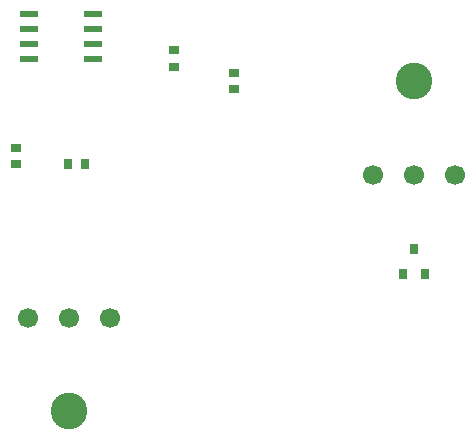
<source format=gbr>
G04 Layer_Color=255*
%FSLAX26Y26*%
%MOIN*%
%TF.FileFunction,Pads,Top*%
%TF.Part,Single*%
G01*
G75*
%TA.AperFunction,SMDPad,CuDef*%
%ADD10R,0.033465X0.031496*%
%ADD11R,0.031496X0.033465*%
%ADD12R,0.031496X0.035433*%
%ADD13R,0.061024X0.023622*%
%TA.AperFunction,ComponentPad*%
%ADD16C,0.122047*%
%ADD17C,0.066929*%
D10*
X125000Y1147441D02*
D03*
Y1202559D02*
D03*
X850000Y1397441D02*
D03*
Y1452559D02*
D03*
X650000Y1527559D02*
D03*
Y1472441D02*
D03*
D11*
X297441Y1150000D02*
D03*
X352559D02*
D03*
D12*
X1412598Y783661D02*
D03*
X1487401D02*
D03*
X1450000Y866339D02*
D03*
D13*
X168701Y1650000D02*
D03*
Y1600000D02*
D03*
Y1550000D02*
D03*
Y1500000D02*
D03*
X381299Y1650000D02*
D03*
Y1600000D02*
D03*
Y1550000D02*
D03*
Y1500000D02*
D03*
D16*
X1450000Y1425000D02*
D03*
X300000Y325000D02*
D03*
D17*
X1312205Y1113583D02*
D03*
X1450000D02*
D03*
X1587795D02*
D03*
X437795Y636417D02*
D03*
X300000D02*
D03*
X162205D02*
D03*
%TF.MD5,e8b7ecf411c7d24a5396f94c31cca2e1*%
M02*

</source>
